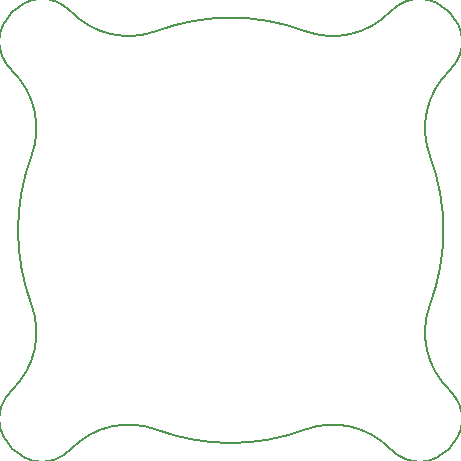
<source format=gko>
G04*
G04 #@! TF.GenerationSoftware,Altium Limited,Altium Designer,21.9.2 (33)*
G04*
G04 Layer_Color=16711935*
%FSLAX25Y25*%
%MOIN*%
G70*
G04*
G04 #@! TF.SameCoordinates,E2134F64-58B9-40C7-9104-C69D01245961*
G04*
G04*
G04 #@! TF.FilePolarity,Positive*
G04*
G01*
G75*
%ADD103C,0.00799*%
D103*
X-24698Y-66447D02*
G03*
X24698Y-66447I24698J66447D01*
G01*
X-66447Y24698D02*
G03*
X-66447Y-24698I66447J-24698D01*
G01*
X24698Y66447D02*
G03*
X-24698Y66447I-24698J-66447D01*
G01*
X66447Y-24698D02*
G03*
X66447Y24698I-66447J24698D01*
G01*
X24698Y66447D02*
G03*
X53150Y72835I9330J25002D01*
G01*
X72835Y53150D02*
G03*
X53150Y72835I-9843J9843D01*
G01*
X72835Y53150D02*
G03*
X66447Y24698I18614J-19122D01*
G01*
Y-24698D02*
G03*
X72835Y-53150I25002J-9330D01*
G01*
X53150Y-72835D02*
G03*
X72835Y-53150I9843J9843D01*
G01*
X53150Y-72835D02*
G03*
X24698Y-66447I-19122J-18614D01*
G01*
X-24698D02*
G03*
X-53150Y-72835I-9330J-25002D01*
G01*
X-72835Y-53150D02*
G03*
X-53150Y-72835I9843J-9843D01*
G01*
X-72835Y-53150D02*
G03*
X-66447Y-24698I-18614J19122D01*
G01*
X-53150Y72835D02*
G03*
X-24698Y66447I19122J18614D01*
G01*
X-53150Y72835D02*
G03*
X-72835Y53150I-9843J-9843D01*
G01*
X-66447Y24698D02*
G03*
X-72835Y53150I-25002J9330D01*
G01*
M02*

</source>
